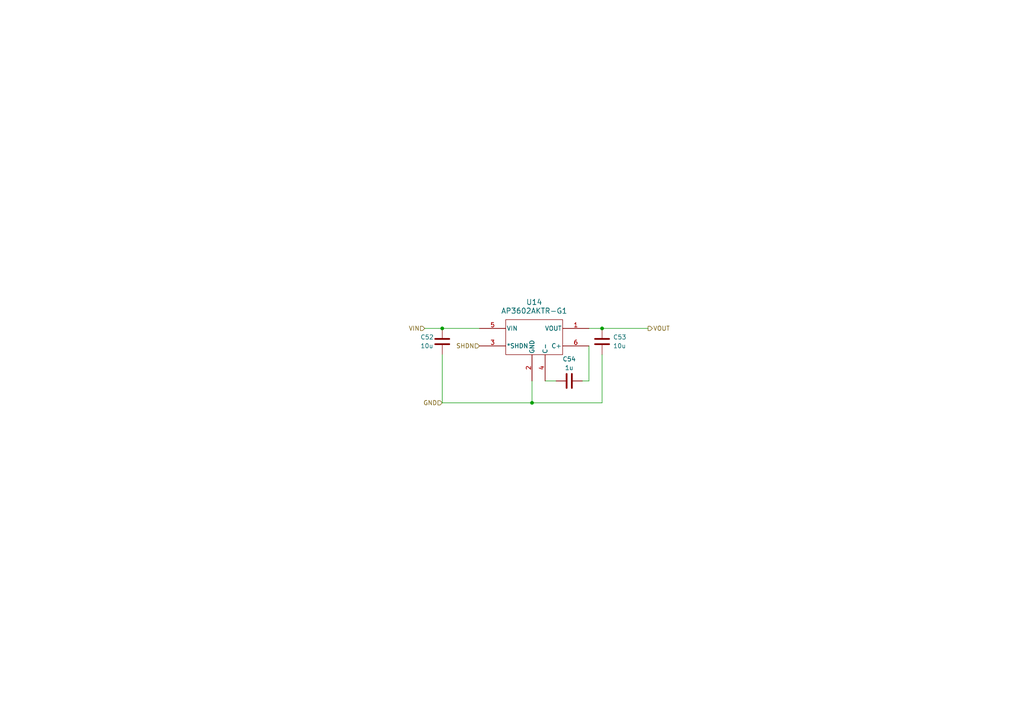
<source format=kicad_sch>
(kicad_sch (version 20231120) (generator "eeschema") (generator_version "8.0")
  (paper "A4")
  (lib_symbols
    (symbol "Device:C" (pin_numbers hide) (pin_names (offset 0.254))
      (property "Reference" "C" (at 0.635 2.54 0))
      (property "Value" "C" (at 0.635 -2.54 0))
      (symbol "C_0_1"
        (polyline (pts (xy -2.032 -0.762) (xy 2.032 -0.762)) (stroke (width 0.508)))
        (polyline (pts (xy -2.032 0.762) (xy 2.032 0.762)) (stroke (width 0.508)))
      )
      (symbol "C_1_1"
        (pin passive line (at 0 3.81 270) (length 2.794) (name "~") (number "1"))
        (pin passive line (at 0 -3.81 90) (length 2.794) (name "~") (number "2"))
      )
    )
    (symbol "Project:AP3602AKTR-G1" (pin_names (offset 0.254))
      (property "Reference" "U" (at 20.32 10.16 0))
      (property "Value" "AP3602AKTR-G1" (at 20.32 7.62 0))
      (symbol "AP3602AKTR-G1_0_1"
        (pin power_in line (at 15.24 -15.24 90) (length 7.62) (name "GND") (number "2"))
        (pin input line (at 0 -5.08 0) (length 7.62) (name "*SHDN") (number "3"))
      )
      (symbol "AP3602AKTR-G1_1_1"
        (rectangle (start 7.62 2.54) (end 24.13 -7.62))
        (pin power_out line (at 31.75 0 180) (length 7.62) (name "VOUT") (number "1"))
        (pin passive line (at 19.05 -15.24 90) (length 7.62) (name "C-") (number "4"))
        (pin power_in line (at 0 0 0) (length 7.62) (name "VIN") (number "5"))
        (pin passive line (at 31.75 -5.08 180) (length 7.62) (name "C+") (number "6"))
      )
    )
  )
  (junction (at 154.305 116.84))
  (junction (at 128.27 95.25))
  (junction (at 174.625 95.25))
  (wire (pts (xy 123.19 95.25) (xy 128.27 95.25)))
  (wire (pts (xy 128.27 95.25) (xy 139.065 95.25)))
  (wire (pts (xy 161.29 110.49) (xy 158.115 110.49)))
  (wire (pts (xy 174.625 95.25) (xy 187.96 95.25)))
  (wire (pts (xy 170.815 100.33) (xy 170.815 110.49)))
  (wire (pts (xy 170.815 95.25) (xy 174.625 95.25)))
  (wire (pts (xy 174.625 116.84) (xy 154.305 116.84)))
  (wire (pts (xy 128.27 102.87) (xy 128.27 116.84)))
  (wire (pts (xy 154.305 116.84) (xy 128.27 116.84)))
  (wire (pts (xy 174.625 116.84) (xy 174.625 102.87)))
  (wire (pts (xy 168.91 110.49) (xy 170.815 110.49)))
  (wire (pts (xy 154.305 110.49) (xy 154.305 116.84)))
  (hierarchical_label "GND" (shape input) (at 128.27 116.84 180))
  (hierarchical_label "VIN" (shape input) (at 123.19 95.25 180))
  (hierarchical_label "VOUT" (shape output) (at 187.96 95.25 0))
  (hierarchical_label "SHDN" (shape input) (at 139.065 100.33 180))
  (symbol (lib_id "Device:C") (at 165.1 110.49 90) (unit 1)
    (property "Reference" "C54" (at 165.1 104.14 90))
    (property "Value" "1u" (at 165.1 106.68 90))
    (property "Footprint" "Capacitor_SMD:C_0603_1608Metric_Pad1.08x0.95mm_HandSolder" (effects (hide yes)))
    (property "Description" "Unpolarized capacitor" (effects (hide yes)))
  )
  (symbol (lib_id "Device:C") (at 128.27 99.06 0) (unit 1)
    (property "Reference" "C52" (at 121.92 97.79 0) (effects (justify left)))
    (property "Value" "10u" (at 121.92 100.33 0) (effects (justify left)))
    (property "Footprint" "Capacitor_SMD:C_0603_1608Metric_Pad1.08x0.95mm_HandSolder" (effects (hide yes)))
    (property "Description" "Unpolarized capacitor" (effects (hide yes)))
  )
  (symbol (lib_id "Project:AP3602AKTR-G1") (at 139.065 95.25 0) (unit 1)
    (property "Reference" "U14" (at 154.94 87.63 0) (effects (font (size 1.524 1.524))))
    (property "Value" "AP3602AKTR-G1" (at 154.94 90.17 0) (effects (font (size 1.524 1.524))))
    (property "Footprint" "Package_TO_SOT_SMD:SOT-23-6_Handsoldering" (effects (hide yes)))
    (property "Datasheet" "AP3602AKTR-G1" (effects (hide yes)))
  )
  (symbol (lib_id "Device:C") (at 174.625 99.06 0) (unit 1)
    (property "Reference" "C53" (at 177.8 97.7899 0) (effects (justify left)))
    (property "Value" "10u" (at 177.8 100.3299 0) (effects (justify left)))
    (property "Footprint" "Capacitor_SMD:C_0603_1608Metric_Pad1.08x0.95mm_HandSolder" (effects (hide yes)))
    (property "Description" "Unpolarized capacitor" (effects (hide yes)))
  )
)
</source>
